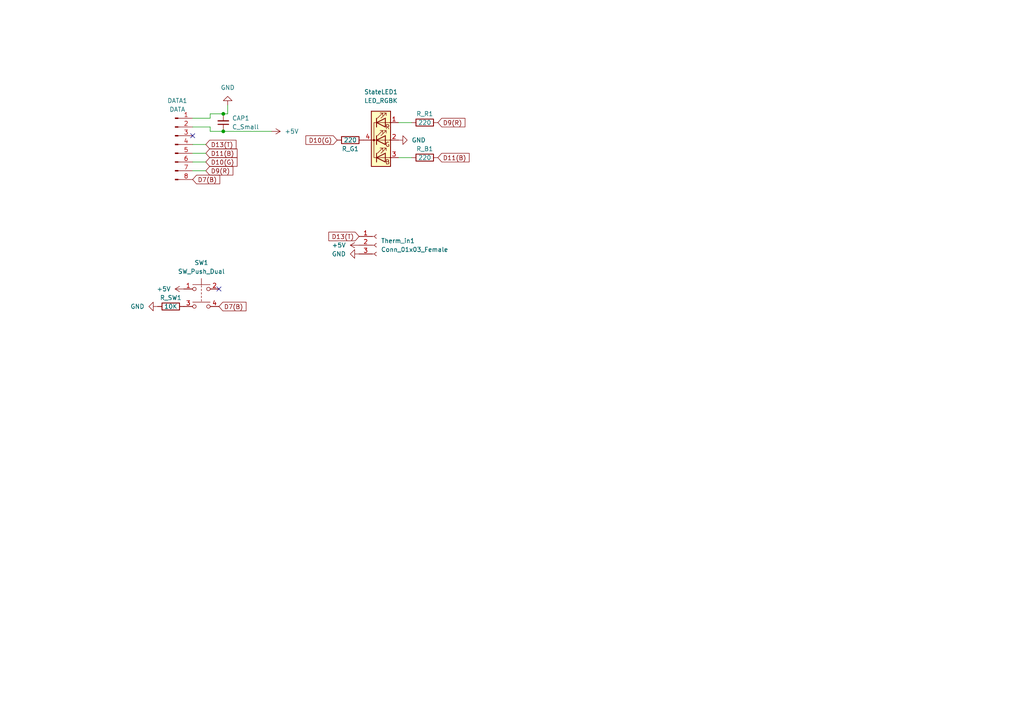
<source format=kicad_sch>
(kicad_sch (version 20211123) (generator eeschema)
  (paper "A4")
  (lib_symbols
    (symbol "Connector:Conn_01x03_Female" (pin_names (offset 1.016) hide)
      (property "Reference" "J" (at 0 5.08 0))
      (property "Value" "Conn_01x03_Female" (at 0 -5.08 0))
      (symbol "Conn_01x03_Female_1_1"
        (arc (start 0 -2.032) (mid -0.508 -2.54) (end 0 -3.048) (stroke (width 0.1524)))
        (polyline (pts (xy -1.27 -2.54) (xy -0.508 -2.54)) (stroke (width 0.1524)))
        (polyline (pts (xy -1.27 0) (xy -0.508 0)) (stroke (width 0.1524)))
        (polyline (pts (xy -1.27 2.54) (xy -0.508 2.54)) (stroke (width 0.1524)))
        (arc (start 0 0.508) (mid -0.508 0) (end 0 -0.508) (stroke (width 0.1524)))
        (arc (start 0 3.048) (mid -0.508 2.54) (end 0 2.032) (stroke (width 0.1524)))
        (pin passive line (at -5.08 2.54 0) (length 3.81) (name "Pin_1") (number "1"))
        (pin passive line (at -5.08 0 0) (length 3.81) (name "Pin_2") (number "2"))
        (pin passive line (at -5.08 -2.54 0) (length 3.81) (name "Pin_3") (number "3"))
      )
    )
    (symbol "Connector:Conn_01x08_Male" (pin_names (offset 1.016) hide)
      (property "Reference" "J" (at 0 10.16 0))
      (property "Value" "Conn_01x08_Male" (at 0 -12.7 0))
      (symbol "Conn_01x08_Male_1_1"
        (polyline (pts (xy 1.27 -10.16) (xy 0.8636 -10.16)) (stroke (width 0.1524)))
        (polyline (pts (xy 1.27 -7.62) (xy 0.8636 -7.62)) (stroke (width 0.1524)))
        (polyline (pts (xy 1.27 -5.08) (xy 0.8636 -5.08)) (stroke (width 0.1524)))
        (polyline (pts (xy 1.27 -2.54) (xy 0.8636 -2.54)) (stroke (width 0.1524)))
        (polyline (pts (xy 1.27 0) (xy 0.8636 0)) (stroke (width 0.1524)))
        (polyline (pts (xy 1.27 2.54) (xy 0.8636 2.54)) (stroke (width 0.1524)))
        (polyline (pts (xy 1.27 5.08) (xy 0.8636 5.08)) (stroke (width 0.1524)))
        (polyline (pts (xy 1.27 7.62) (xy 0.8636 7.62)) (stroke (width 0.1524)))
        (rectangle (start 0.8636 -10.033) (end 0 -10.287) (stroke (width 0.1524)) (fill (type outline)))
        (rectangle (start 0.8636 -7.493) (end 0 -7.747) (stroke (width 0.1524)) (fill (type outline)))
        (rectangle (start 0.8636 -4.953) (end 0 -5.207) (stroke (width 0.1524)) (fill (type outline)))
        (rectangle (start 0.8636 -2.413) (end 0 -2.667) (stroke (width 0.1524)) (fill (type outline)))
        (rectangle (start 0.8636 0.127) (end 0 -0.127) (stroke (width 0.1524)) (fill (type outline)))
        (rectangle (start 0.8636 2.667) (end 0 2.413) (stroke (width 0.1524)) (fill (type outline)))
        (rectangle (start 0.8636 5.207) (end 0 4.953) (stroke (width 0.1524)) (fill (type outline)))
        (rectangle (start 0.8636 7.747) (end 0 7.493) (stroke (width 0.1524)) (fill (type outline)))
        (pin passive line (at 5.08 7.62 180) (length 3.81) (name "Pin_1") (number "1"))
        (pin passive line (at 5.08 5.08 180) (length 3.81) (name "Pin_2") (number "2"))
        (pin passive line (at 5.08 2.54 180) (length 3.81) (name "Pin_3") (number "3"))
        (pin passive line (at 5.08 0 180) (length 3.81) (name "Pin_4") (number "4"))
        (pin passive line (at 5.08 -2.54 180) (length 3.81) (name "Pin_5") (number "5"))
        (pin passive line (at 5.08 -5.08 180) (length 3.81) (name "Pin_6") (number "6"))
        (pin passive line (at 5.08 -7.62 180) (length 3.81) (name "Pin_7") (number "7"))
        (pin passive line (at 5.08 -10.16 180) (length 3.81) (name "Pin_8") (number "8"))
      )
    )
    (symbol "Device:C_Small" (pin_numbers hide) (pin_names (offset 0.254) hide)
      (property "Reference" "C" (at 0.254 1.778 0))
      (property "Value" "C_Small" (at 0.254 -2.032 0))
      (symbol "C_Small_0_1"
        (polyline (pts (xy -1.524 -0.508) (xy 1.524 -0.508)) (stroke (width 0.3302)))
        (polyline (pts (xy -1.524 0.508) (xy 1.524 0.508)) (stroke (width 0.3048)))
      )
      (symbol "C_Small_1_1"
        (pin passive line (at 0 2.54 270) (length 2.032) (name "~") (number "1"))
        (pin passive line (at 0 -2.54 90) (length 2.032) (name "~") (number "2"))
      )
    )
    (symbol "Device:LED_RGBK" (pin_names (offset 0) hide)
      (property "Reference" "D" (at 0 9.398 0))
      (property "Value" "LED_RGBK" (at 0 -8.89 0))
      (symbol "LED_RGBK_0_0"
        (text "B" (at 1.905 -6.35 0) (effects (font (size 1.27 1.27))))
        (text "G" (at 1.905 -1.27 0) (effects (font (size 1.27 1.27))))
        (text "R" (at 1.905 3.81 0) (effects (font (size 1.27 1.27))))
      )
      (symbol "LED_RGBK_0_1"
        (circle (center -2.032 0) (radius 0.254) (fill (type outline)))
        (polyline (pts (xy -1.27 -5.08) (xy 1.27 -5.08)))
        (polyline (pts (xy -1.27 -3.81) (xy -1.27 -6.35)) (stroke (width 0.254)))
        (polyline (pts (xy -1.27 0) (xy -2.54 0)))
        (polyline (pts (xy -1.27 1.27) (xy -1.27 -1.27)) (stroke (width 0.254)))
        (polyline (pts (xy -1.27 5.08) (xy 1.27 5.08)))
        (polyline (pts (xy -1.27 6.35) (xy -1.27 3.81)) (stroke (width 0.254)))
        (polyline (pts (xy 1.27 -5.08) (xy 2.54 -5.08)))
        (polyline (pts (xy 1.27 0) (xy -1.27 0)))
        (polyline (pts (xy 1.27 0) (xy 2.54 0)))
        (polyline (pts (xy 1.27 5.08) (xy 2.54 5.08)))
        (polyline (pts (xy -1.27 1.27) (xy -1.27 -1.27) (xy -1.27 -1.27)))
        (polyline (pts (xy -1.27 6.35) (xy -1.27 3.81) (xy -1.27 3.81)))
        (polyline (pts (xy -1.27 5.08) (xy -2.032 5.08) (xy -2.032 -5.08) (xy -1.016 -5.08)))
        (polyline (pts (xy 1.27 -3.81) (xy 1.27 -6.35) (xy -1.27 -5.08) (xy 1.27 -3.81)) (stroke (width 0.254)))
        (polyline (pts (xy 1.27 1.27) (xy 1.27 -1.27) (xy -1.27 0) (xy 1.27 1.27)) (stroke (width 0.254)))
        (polyline (pts (xy 1.27 6.35) (xy 1.27 3.81) (xy -1.27 5.08) (xy 1.27 6.35)) (stroke (width 0.254)))
        (polyline (pts (xy -1.016 -3.81) (xy 0.508 -2.286) (xy -0.254 -2.286) (xy 0.508 -2.286) (xy 0.508 -3.048)))
        (polyline (pts (xy -1.016 1.27) (xy 0.508 2.794) (xy -0.254 2.794) (xy 0.508 2.794) (xy 0.508 2.032)))
        (polyline (pts (xy -1.016 6.35) (xy 0.508 7.874) (xy -0.254 7.874) (xy 0.508 7.874) (xy 0.508 7.112)))
        (polyline (pts (xy 0 -3.81) (xy 1.524 -2.286) (xy 0.762 -2.286) (xy 1.524 -2.286) (xy 1.524 -3.048)))
        (polyline (pts (xy 0 1.27) (xy 1.524 2.794) (xy 0.762 2.794) (xy 1.524 2.794) (xy 1.524 2.032)))
        (polyline (pts (xy 0 6.35) (xy 1.524 7.874) (xy 0.762 7.874) (xy 1.524 7.874) (xy 1.524 7.112)))
        (rectangle (start 1.27 -1.27) (end 1.27 1.27))
        (rectangle (start 1.27 1.27) (end 1.27 1.27))
        (rectangle (start 1.27 3.81) (end 1.27 6.35))
        (rectangle (start 1.27 6.35) (end 1.27 6.35))
        (rectangle (start 2.794 8.382) (end -2.794 -7.62) (stroke (width 0.254)) (fill (type background)))
      )
      (symbol "LED_RGBK_1_1"
        (pin passive line (at 5.08 5.08 180) (length 2.54) (name "RA") (number "1"))
        (pin passive line (at 5.08 0 180) (length 2.54) (name "GA") (number "2"))
        (pin passive line (at 5.08 -5.08 180) (length 2.54) (name "BA") (number "3"))
        (pin passive line (at -5.08 0 0) (length 2.54) (name "K") (number "4"))
      )
    )
    (symbol "Device:R" (pin_numbers hide) (pin_names (offset 0))
      (property "Reference" "R" (at 2.032 0 90))
      (property "Value" "R" (at 0 0 90))
      (symbol "R_0_1"
        (rectangle (start -1.016 -2.54) (end 1.016 2.54) (stroke (width 0.254)))
      )
      (symbol "R_1_1"
        (pin passive line (at 0 3.81 270) (length 1.27) (name "~") (number "1"))
        (pin passive line (at 0 -3.81 90) (length 1.27) (name "~") (number "2"))
      )
    )
    (symbol "Switch:SW_Push_Dual" (pin_names (offset 1.016) hide)
      (property "Reference" "SW" (at 1.27 2.54 0))
      (property "Value" "SW_Push_Dual" (at 0 -6.858 0))
      (symbol "SW_Push_Dual_0_1"
        (circle (center -2.032 -5.08) (radius 0.508))
        (circle (center -2.032 0) (radius 0.508))
        (polyline (pts (xy 0 -3.048) (xy 0 -3.556)))
        (polyline (pts (xy 0 -2.032) (xy 0 -2.54)))
        (polyline (pts (xy 0 -1.524) (xy 0 -1.016)))
        (polyline (pts (xy 0 -0.508) (xy 0 0)))
        (polyline (pts (xy 0 0.508) (xy 0 1.016)))
        (polyline (pts (xy 0 1.27) (xy 0 3.048)))
        (polyline (pts (xy 2.54 -3.81) (xy -2.54 -3.81)))
        (polyline (pts (xy 2.54 1.27) (xy -2.54 1.27)))
        (circle (center 2.032 -5.08) (radius 0.508))
        (circle (center 2.032 0) (radius 0.508))
        (pin passive line (at -5.08 0 0) (length 2.54) (name "1") (number "1"))
        (pin passive line (at 5.08 0 180) (length 2.54) (name "2") (number "2"))
        (pin passive line (at -5.08 -5.08 0) (length 2.54) (name "3") (number "3"))
        (pin passive line (at 5.08 -5.08 180) (length 2.54) (name "4") (number "4"))
      )
    )
    (symbol "power:+5V" (power) (pin_names (offset 0))
      (property "Value" "+5V" (at 0 3.556 0))
      (symbol "+5V_0_1"
        (polyline (pts (xy -0.762 1.27) (xy 0 2.54)))
        (polyline (pts (xy 0 0) (xy 0 2.54)))
        (polyline (pts (xy 0 2.54) (xy 0.762 1.27)))
      )
      (symbol "+5V_1_1"
        (pin power_in line (at 0 0 90) (length 0) hide (name "+5V") (number "1"))
      )
    )
    (symbol "power:GND" (power) (pin_names (offset 0))
      (property "Value" "GND" (at 0 -3.81 0))
      (symbol "GND_0_1"
        (polyline (pts (xy 0 0) (xy 0 -1.27) (xy 1.27 -1.27) (xy 0 -2.54) (xy -1.27 -1.27) (xy 0 -1.27)))
      )
      (symbol "GND_1_1"
        (pin power_in line (at 0 0 270) (length 0) hide (name "GND") (number "1"))
      )
    )
  )
  (junction (at 64.77 38.1))
  (junction (at 64.77 33.02))
  (no_connect (at 63.5 83.82))
  (no_connect (at 55.88 39.37))
  (wire (pts (xy 115.57 35.56) (xy 119.38 35.56)))
  (wire (pts (xy 66.04 30.48) (xy 66.04 33.02)))
  (wire (pts (xy 55.88 34.29) (xy 60.96 34.29)))
  (wire (pts (xy 60.96 36.83) (xy 60.96 38.1)))
  (wire (pts (xy 59.69 41.91) (xy 55.88 41.91)))
  (wire (pts (xy 60.96 38.1) (xy 64.77 38.1)))
  (wire (pts (xy 64.77 38.1) (xy 78.74 38.1)))
  (wire (pts (xy 60.96 33.02) (xy 64.77 33.02)))
  (wire (pts (xy 55.88 36.83) (xy 60.96 36.83)))
  (wire (pts (xy 115.57 45.72) (xy 119.38 45.72)))
  (wire (pts (xy 59.69 46.99) (xy 55.88 46.99)))
  (wire (pts (xy 59.69 44.45) (xy 55.88 44.45)))
  (wire (pts (xy 66.04 33.02) (xy 64.77 33.02)))
  (wire (pts (xy 60.96 34.29) (xy 60.96 33.02)))
  (wire (pts (xy 59.69 49.53) (xy 55.88 49.53)))
  (global_label "D9(R)" (shape input) (at 127 35.56 0) (property "Intersheet References" "${INTERSHEET_REFS}" (effects hide)))
  (global_label "D7(B)" (shape input) (at 63.5 88.9 0) (property "Intersheet References" "${INTERSHEET_REFS}" (effects hide)))
  (global_label "D11(B)" (shape input) (at 59.69 44.45 0) (property "Intersheet References" "${INTERSHEET_REFS}" (effects hide)))
  (global_label "D9(R)" (shape input) (at 59.69 49.53 0) (property "Intersheet References" "${INTERSHEET_REFS}" (effects hide)))
  (global_label "D10(G)" (shape input) (at 97.79 40.64 180) (property "Intersheet References" "${INTERSHEET_REFS}" (effects hide)))
  (global_label "D13(T)" (shape input) (at 104.14 68.58 180) (property "Intersheet References" "${INTERSHEET_REFS}" (effects hide)))
  (global_label "D13(T)" (shape input) (at 59.69 41.91 0) (property "Intersheet References" "${INTERSHEET_REFS}" (effects hide)))
  (global_label "D7(B)" (shape input) (at 55.88 52.07 0) (property "Intersheet References" "${INTERSHEET_REFS}" (effects hide)))
  (global_label "D10(G)" (shape input) (at 59.69 46.99 0) (property "Intersheet References" "${INTERSHEET_REFS}" (effects hide)))
  (global_label "D11(B)" (shape input) (at 127 45.72 0) (property "Intersheet References" "${INTERSHEET_REFS}" (effects hide)))
  (symbol (lib_id "Device:R") (at 123.19 45.72 90) (unit 1)
    (property "Reference" "R_B1" (at 123.19 43.18 90))
    (property "Value" "220" (at 123.19 45.72 90))
    (property "Footprint" "Resistor_THT:R_Axial_DIN0207_L6.3mm_D2.5mm_P10.16mm_Horizontal" (effects hide))
  )
  (symbol (lib_id "power:+5V") (at 104.14 71.12 90) (unit 1)
    (property "Reference" "#PWR0107" (effects hide))
    (property "Value" "+5V" (at 100.33 71.1199 90) (effects (justify left)))
  )
  (symbol (lib_id "Device:C_Small") (at 64.77 35.56 180) (unit 1)
    (property "Reference" "CAP1" (at 67.31 34.2835 0) (effects (justify right)))
    (property "Value" "C_Small" (at 67.31 36.8235 0) (effects (justify right)))
    (property "Footprint" "Capacitor_THT:C_Disc_D4.3mm_W1.9mm_P5.00mm" (effects hide))
  )
  (symbol (lib_id "power:GND") (at 104.14 73.66 270) (unit 1)
    (property "Reference" "#PWR0106" (effects hide))
    (property "Value" "GND" (at 100.33 73.6599 90) (effects (justify right)))
  )
  (symbol (lib_id "Switch:SW_Push_Dual") (at 58.42 83.82 0) (unit 1)
    (property "Reference" "SW1" (at 58.42 76.2 0))
    (property "Value" "SW_Push_Dual" (at 58.42 78.74 0))
    (property "Footprint" "Button_Switch_THT:Push_E-Switch_KS01Q01" (effects hide))
  )
  (symbol (lib_id "Device:R") (at 123.19 35.56 90) (unit 1)
    (property "Reference" "R_R1" (at 123.19 33.02 90))
    (property "Value" "220" (at 123.19 35.56 90))
    (property "Footprint" "Resistor_THT:R_Axial_DIN0207_L6.3mm_D2.5mm_P10.16mm_Horizontal" (effects hide))
  )
  (symbol (lib_id "Device:LED_RGBK") (at 110.49 40.64 0) (unit 1)
    (property "Reference" "StateLED1" (at 110.49 26.67 0))
    (property "Value" "LED_RGBK" (at 110.49 29.21 0))
    (property "Footprint" "LED_THT:LED_D5.0mm-4_RGB_Wide_Pins" (effects hide))
  )
  (symbol (lib_id "Device:R") (at 49.53 88.9 90) (unit 1)
    (property "Reference" "R_SW1" (at 49.53 86.36 90))
    (property "Value" "10K" (at 49.53 88.9 90))
    (property "Footprint" "Resistor_THT:R_Axial_DIN0207_L6.3mm_D2.5mm_P10.16mm_Horizontal" (effects hide))
  )
  (symbol (lib_id "power:GND") (at 66.04 30.48 180) (unit 1)
    (property "Reference" "#PWR0101" (effects hide))
    (property "Value" "GND" (at 66.04 25.4 0))
  )
  (symbol (lib_id "Connector:Conn_01x03_Female") (at 109.22 71.12 0) (unit 1)
    (property "Reference" "Therm_in1" (at 110.49 69.8499 0) (effects (justify left)))
    (property "Value" "Conn_01x03_Female" (at 110.49 72.3899 0) (effects (justify left)))
    (property "Footprint" "Connector_PinSocket_2.54mm:PinSocket_1x03_P2.54mm_Horizontal" (effects hide))
  )
  (symbol (lib_id "Connector:Conn_01x08_Male") (at 50.8 41.91 0) (unit 1)
    (property "Reference" "DATA1" (at 51.435 29.21 0))
    (property "Value" "DATA" (at 51.435 31.75 0))
    (property "Footprint" "Connector_PinHeader_2.54mm:PinHeader_1x08_P2.54mm_Horizontal" (effects hide))
  )
  (symbol (lib_id "power:GND") (at 45.72 88.9 270) (unit 1)
    (property "Reference" "#PWR0105" (effects hide))
    (property "Value" "GND" (at 41.91 88.8999 90) (effects (justify right)))
  )
  (symbol (lib_id "power:+5V") (at 78.74 38.1 270) (unit 1)
    (property "Reference" "#PWR0102" (effects hide))
    (property "Value" "+5V" (at 82.55 38.0999 90) (effects (justify left)))
  )
  (symbol (lib_id "power:+5V") (at 53.34 83.82 90) (unit 1)
    (property "Reference" "#PWR0104" (effects hide))
    (property "Value" "+5V" (at 49.53 83.8199 90) (effects (justify left)))
  )
  (symbol (lib_id "Device:R") (at 101.6 40.64 270) (unit 1)
    (property "Reference" "R_G1" (at 101.6 43.18 90))
    (property "Value" "220" (at 101.6 40.64 90))
    (property "Footprint" "Resistor_THT:R_Axial_DIN0207_L6.3mm_D2.5mm_P10.16mm_Horizontal" (effects hide))
  )
  (symbol (lib_id "power:GND") (at 115.57 40.64 90) (unit 1)
    (property "Reference" "#PWR0103" (effects hide))
    (property "Value" "GND" (at 119.38 40.6399 90) (effects (justify right)))
  )
)
</source>
